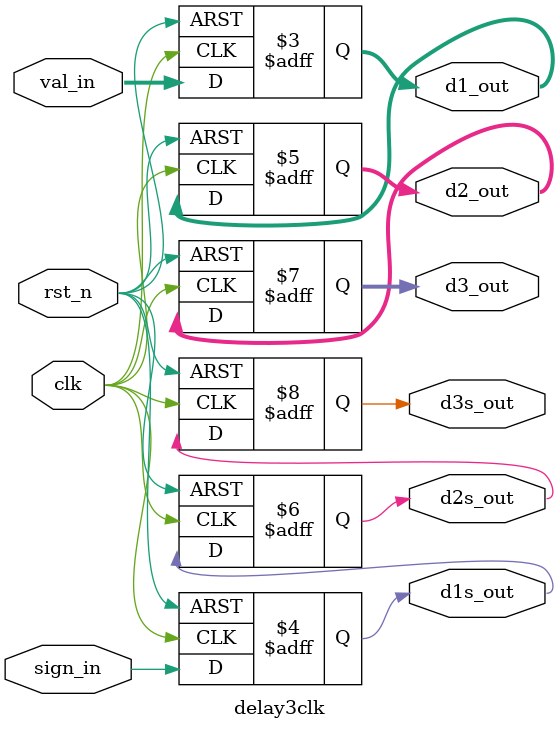
<source format=sv>

module delay3clk(
  input clk,
	input rst_n,
  input bit[15:0] val_in,
	input bit sign_in,

	output bit[15:0] d1_out,
	output bit d1s_out,
  output bit[15:0] d2_out,
  output bit d2s_out,
  output bit[15:0] d3_out,
  output bit d3s_out
	);


  always_ff @(posedge clk or negedge rst_n) begin
    if (~rst_n) begin
      d1_out <= 16'b0;
		  d1s_out <= 1'b0;
      d2_out <= 16'b0;
      d2s_out <= 1'b0;
      d3_out <= 16'b0;
      d3s_out <= 1'b0;
    end else begin
      d1_out <= val_in;
		  d1s_out <= sign_in;
      d2_out <= d1_out;
      d2s_out <= d1s_out;
      d3_out <= d2_out;
      d3s_out <= d2s_out;
    end
  end

 endmodule

</source>
